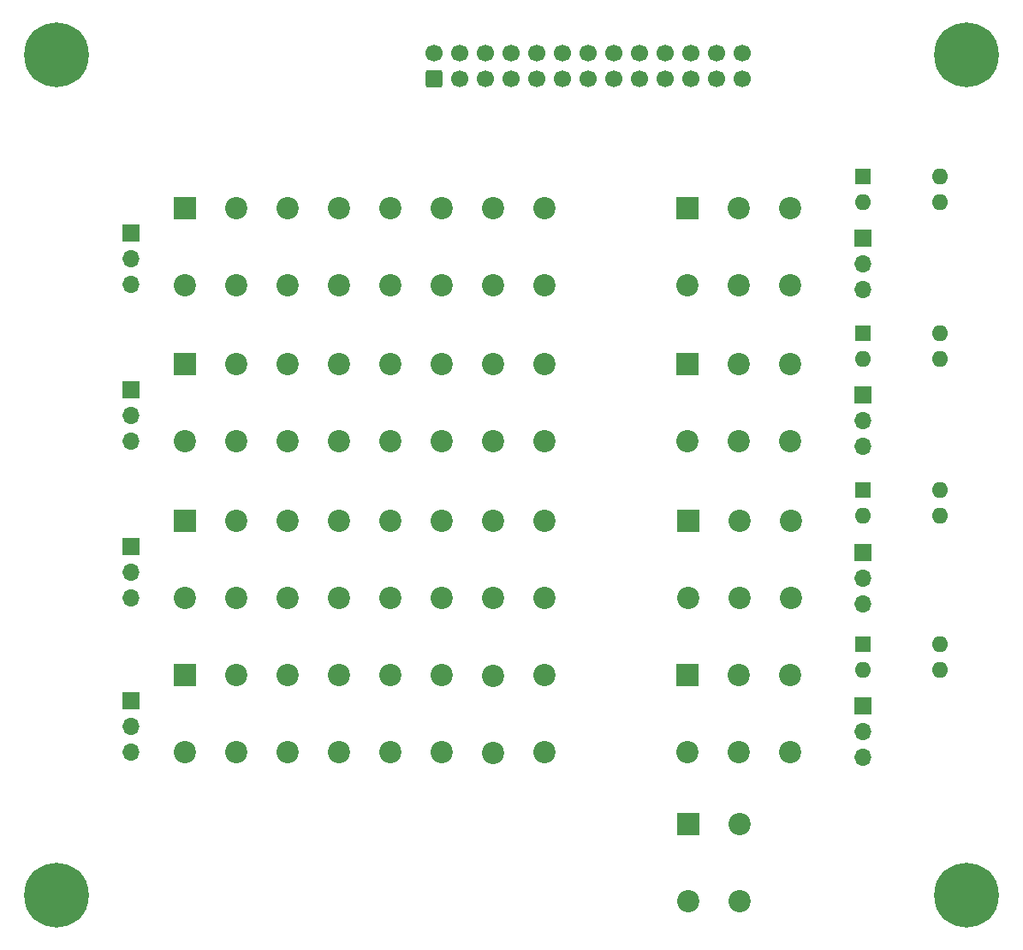
<source format=gbr>
%TF.GenerationSoftware,KiCad,Pcbnew,7.0.7*%
%TF.CreationDate,2023-12-16T22:01:11+01:00*%
%TF.ProjectId,BOB4AXIS,424f4234-4158-4495-932e-6b696361645f,rev?*%
%TF.SameCoordinates,Original*%
%TF.FileFunction,Soldermask,Top*%
%TF.FilePolarity,Negative*%
%FSLAX46Y46*%
G04 Gerber Fmt 4.6, Leading zero omitted, Abs format (unit mm)*
G04 Created by KiCad (PCBNEW 7.0.7) date 2023-12-16 22:01:11*
%MOMM*%
%LPD*%
G01*
G04 APERTURE LIST*
G04 Aperture macros list*
%AMRoundRect*
0 Rectangle with rounded corners*
0 $1 Rounding radius*
0 $2 $3 $4 $5 $6 $7 $8 $9 X,Y pos of 4 corners*
0 Add a 4 corners polygon primitive as box body*
4,1,4,$2,$3,$4,$5,$6,$7,$8,$9,$2,$3,0*
0 Add four circle primitives for the rounded corners*
1,1,$1+$1,$2,$3*
1,1,$1+$1,$4,$5*
1,1,$1+$1,$6,$7*
1,1,$1+$1,$8,$9*
0 Add four rect primitives between the rounded corners*
20,1,$1+$1,$2,$3,$4,$5,0*
20,1,$1+$1,$4,$5,$6,$7,0*
20,1,$1+$1,$6,$7,$8,$9,0*
20,1,$1+$1,$8,$9,$2,$3,0*%
G04 Aperture macros list end*
%ADD10C,2.200000*%
%ADD11R,2.200000X2.200000*%
%ADD12C,0.800000*%
%ADD13C,6.400000*%
%ADD14R,1.700000X1.700000*%
%ADD15O,1.700000X1.700000*%
%ADD16R,1.600000X1.600000*%
%ADD17O,1.600000X1.600000*%
%ADD18RoundRect,0.250000X0.600000X-0.600000X0.600000X0.600000X-0.600000X0.600000X-0.600000X-0.600000X0*%
%ADD19C,1.700000*%
G04 APERTURE END LIST*
D10*
%TO.C,J5*%
X17652959Y-27715433D03*
D11*
X17652959Y-20095417D03*
D10*
X22732970Y-27715433D03*
X22732970Y-20095417D03*
X27812980Y-27715433D03*
X27812980Y-20095417D03*
X32892990Y-27701209D03*
X32892990Y-20095417D03*
X37973000Y-27715433D03*
X37973000Y-20095417D03*
X43053010Y-27715433D03*
X43053010Y-20095417D03*
X48133020Y-27725339D03*
X48133020Y-20105323D03*
X53213031Y-27720259D03*
X53213031Y-20100243D03*
%TD*%
D12*
%TO.C,H3*%
X92600000Y-5000000D03*
X93302944Y-3302944D03*
X93302944Y-6697056D03*
X95000000Y-2600000D03*
D13*
X95000000Y-5000000D03*
D12*
X95000000Y-7400000D03*
X96697056Y-3302944D03*
X96697056Y-6697056D03*
X97400000Y-5000000D03*
%TD*%
D14*
%TO.C,JP6*%
X12319000Y-38100000D03*
D15*
X12319000Y-40640000D03*
X12319000Y-43180000D03*
%TD*%
D10*
%TO.C,J8*%
X17652949Y-73914016D03*
D11*
X17652949Y-66294000D03*
D10*
X22732960Y-73914016D03*
X22732960Y-66294000D03*
X27812970Y-73914016D03*
X27812970Y-66294000D03*
X32892980Y-73899792D03*
X32892980Y-66294000D03*
X37972990Y-73914016D03*
X37972990Y-66294000D03*
X43053000Y-73914016D03*
X43053000Y-66294000D03*
X48133010Y-73923922D03*
X48133010Y-66303906D03*
X53213021Y-73918842D03*
X53213021Y-66298826D03*
%TD*%
D14*
%TO.C,JP3*%
X84734000Y-54117000D03*
D15*
X84734000Y-56657000D03*
X84734000Y-59197000D03*
%TD*%
D14*
%TO.C,JP8*%
X12319000Y-68834000D03*
D15*
X12319000Y-71374000D03*
X12319000Y-73914000D03*
%TD*%
D10*
%TO.C,J1*%
X67380985Y-27703013D03*
D11*
X67380985Y-20082997D03*
D10*
X72460995Y-27703013D03*
X72460995Y-20082997D03*
X77541005Y-27703013D03*
X77541005Y-20082997D03*
%TD*%
D16*
%TO.C,U3*%
X84709000Y-48006000D03*
D17*
X84709000Y-50546000D03*
X92329000Y-50546000D03*
X92329000Y-48006000D03*
%TD*%
D12*
%TO.C,H1*%
X2600000Y-5000000D03*
X3302944Y-3302944D03*
X3302944Y-6697056D03*
X5000000Y-2600000D03*
D13*
X5000000Y-5000000D03*
D12*
X5000000Y-7400000D03*
X6697056Y-3302944D03*
X6697056Y-6697056D03*
X7400000Y-5000000D03*
%TD*%
D16*
%TO.C,U1*%
X84709000Y-17018000D03*
D17*
X84709000Y-19558000D03*
X92329000Y-19558000D03*
X92329000Y-17018000D03*
%TD*%
D10*
%TO.C,J6*%
X17652928Y-43175190D03*
D11*
X17652928Y-35555174D03*
D10*
X22732939Y-43175190D03*
X22732939Y-35555174D03*
X27812949Y-43175190D03*
X27812949Y-35555174D03*
X32892959Y-43160966D03*
X32892959Y-35555174D03*
X37972969Y-43175190D03*
X37972969Y-35555174D03*
X43052979Y-43175190D03*
X43052979Y-35555174D03*
X48132989Y-43185096D03*
X48132989Y-35565080D03*
X53213000Y-43180016D03*
X53213000Y-35560000D03*
%TD*%
D18*
%TO.C,J9*%
X42291000Y-7366000D03*
D19*
X42291000Y-4826000D03*
X44831000Y-7366000D03*
X44831000Y-4826000D03*
X47371000Y-7366000D03*
X47371000Y-4826000D03*
X49911000Y-7366000D03*
X49911000Y-4826000D03*
X52451000Y-7366000D03*
X52451000Y-4826000D03*
X54991000Y-7366000D03*
X54991000Y-4826000D03*
X57531000Y-7366000D03*
X57531000Y-4826000D03*
X60071000Y-7366000D03*
X60071000Y-4826000D03*
X62611000Y-7366000D03*
X62611000Y-4826000D03*
X65151000Y-7366000D03*
X65151000Y-4826000D03*
X67691000Y-7366000D03*
X67691000Y-4826000D03*
X70231000Y-7366000D03*
X70231000Y-4826000D03*
X72771000Y-7366000D03*
X72771000Y-4826000D03*
%TD*%
D14*
%TO.C,JP2*%
X84709000Y-38608000D03*
D15*
X84709000Y-41148000D03*
X84709000Y-43688000D03*
%TD*%
D14*
%TO.C,JP7*%
X12319000Y-53594000D03*
D15*
X12319000Y-56134000D03*
X12319000Y-58674000D03*
%TD*%
%TO.C,JP4*%
X84709000Y-74422000D03*
X84709000Y-71882000D03*
D14*
X84709000Y-69342000D03*
%TD*%
D10*
%TO.C,J4*%
X67380985Y-73914016D03*
D11*
X67380985Y-66294000D03*
D10*
X72460995Y-73914016D03*
X72460995Y-66294000D03*
X77541005Y-73914016D03*
X77541005Y-66294000D03*
%TD*%
%TO.C,U7*%
X72517000Y-88646000D03*
X72517000Y-81025984D03*
X67436990Y-88646000D03*
D11*
X67436990Y-81025984D03*
%TD*%
D10*
%TO.C,J2*%
X67380985Y-43180016D03*
D11*
X67380985Y-35560000D03*
D10*
X72460995Y-43180016D03*
X72460995Y-35560000D03*
X77541005Y-43180016D03*
X77541005Y-35560000D03*
%TD*%
D16*
%TO.C,U4*%
X84709000Y-63246000D03*
D17*
X84709000Y-65786000D03*
X92329000Y-65786000D03*
X92329000Y-63246000D03*
%TD*%
D12*
%TO.C,H2*%
X2600000Y-88000000D03*
X3302944Y-86302944D03*
X3302944Y-89697056D03*
X5000000Y-85600000D03*
D13*
X5000000Y-88000000D03*
D12*
X5000000Y-90400000D03*
X6697056Y-86302944D03*
X6697056Y-89697056D03*
X7400000Y-88000000D03*
%TD*%
D14*
%TO.C,JP1*%
X84709000Y-23114000D03*
D15*
X84709000Y-25654000D03*
X84709000Y-28194000D03*
%TD*%
D12*
%TO.C,H4*%
X92600000Y-88000000D03*
X93302944Y-86302944D03*
X93302944Y-89697056D03*
X95000000Y-85600000D03*
D13*
X95000000Y-88000000D03*
D12*
X95000000Y-90400000D03*
X96697056Y-86302944D03*
X96697056Y-89697056D03*
X97400000Y-88000000D03*
%TD*%
D10*
%TO.C,J7*%
X17652939Y-58664110D03*
D11*
X17652939Y-51044094D03*
D10*
X22732950Y-58664110D03*
X22732950Y-51044094D03*
X27812960Y-58664110D03*
X27812960Y-51044094D03*
X32892970Y-58649886D03*
X32892970Y-51044094D03*
X37972980Y-58664110D03*
X37972980Y-51044094D03*
X43052990Y-58664110D03*
X43052990Y-51044094D03*
X48133000Y-58674016D03*
X48133000Y-51054000D03*
X53213011Y-58668936D03*
X53213011Y-51048920D03*
%TD*%
%TO.C,J3*%
X67436980Y-58674016D03*
D11*
X67436980Y-51054000D03*
D10*
X72516990Y-58674016D03*
X72516990Y-51054000D03*
X77597000Y-58674016D03*
X77597000Y-51054000D03*
%TD*%
D14*
%TO.C,JP5*%
X12319000Y-22606000D03*
D15*
X12319000Y-25146000D03*
X12319000Y-27686000D03*
%TD*%
D16*
%TO.C,U2*%
X84709000Y-32512000D03*
D17*
X84709000Y-35052000D03*
X92329000Y-35052000D03*
X92329000Y-32512000D03*
%TD*%
M02*

</source>
